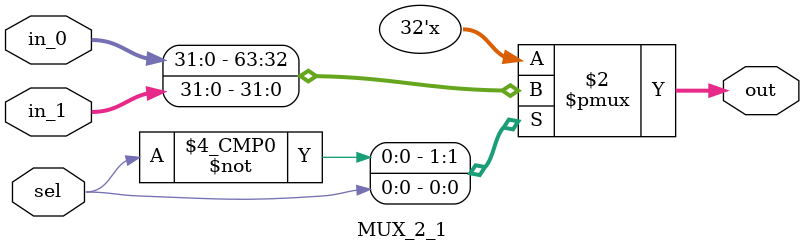
<source format=v>
`timescale 1ns / 1ps
/*±¾ÎÄ¼þÎª 32 Î» 2 Ñ¡ 1 MUXÉè¼ÆÎÄ¼þ
ÊäÈë£º
in_0£º32 Î» 0 ¿ÚµÄÊäÈë
in_1£º32 Î» 1 ¿ÚµÄÊäÈë
sel£ºÑ¡ÔñÐÅºÅ
Êä³ö£º
out £ºMUXµÄÊä³ö
*/
//////////////////////////////////////////////////////////////////////////////////


module MUX_2_1(
in_0, in_1, sel, out
    );
    input[31:0] in_0, in_1;
    input sel;
    output reg [31:0] out;
    
    always @ (*)
		begin
			case(sel)
				1'b0: out = in_0;
				1'b1: out = in_1;
			endcase
		end
    
endmodule

</source>
